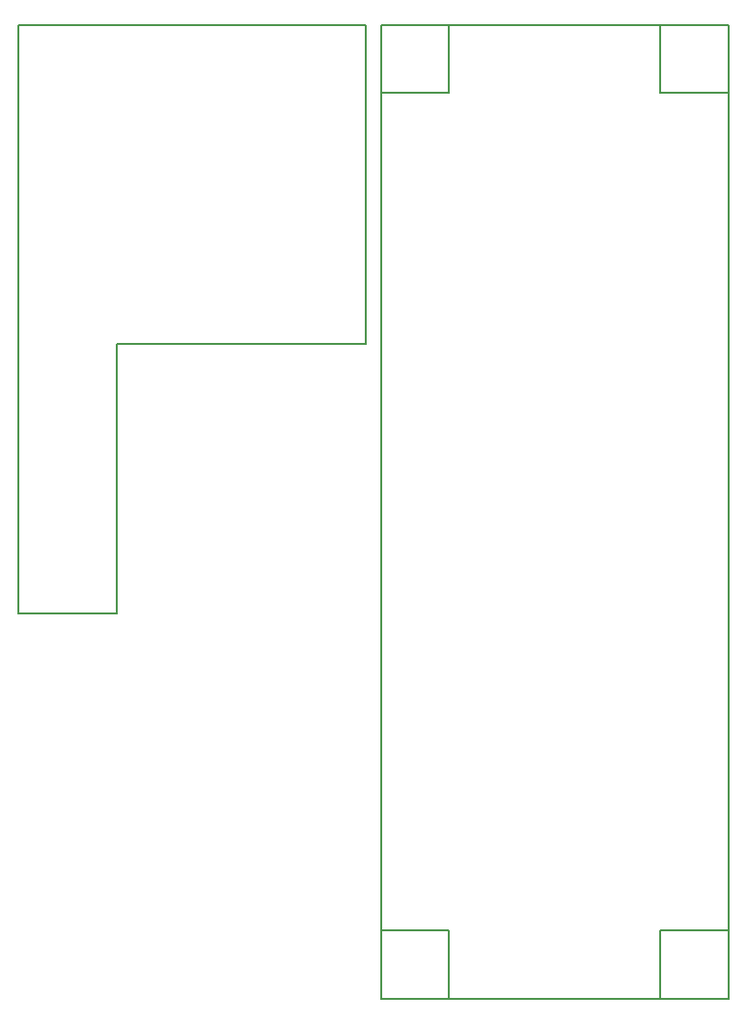
<source format=gbr>
G04 #@! TF.FileFunction,Profile,NP*
%FSLAX46Y46*%
G04 Gerber Fmt 4.6, Leading zero omitted, Abs format (unit mm)*
G04 Created by KiCad (PCBNEW 4.0.7) date 03/24/18 16:20:00*
%MOMM*%
%LPD*%
G01*
G04 APERTURE LIST*
%ADD10C,0.100000*%
%ADD11C,0.150000*%
G04 APERTURE END LIST*
D10*
D11*
X155829000Y-52451000D02*
X155829000Y-137795000D01*
X155829000Y-52451000D02*
X125349000Y-52451000D01*
X125349000Y-52451000D02*
X125349000Y-137795000D01*
X131318000Y-58420000D02*
X131318000Y-58394600D01*
X125349000Y-58420000D02*
X131318000Y-58420000D01*
X131318000Y-52451000D02*
X131368800Y-52451000D01*
X131318000Y-58420000D02*
X131318000Y-52451000D01*
X102209600Y-80391000D02*
X102209600Y-104013000D01*
X102209600Y-80391000D02*
X124053600Y-80391000D01*
X149860000Y-58420000D02*
X149860000Y-52451000D01*
X155829000Y-58420000D02*
X149860000Y-58420000D01*
X149860000Y-131826000D02*
X155829000Y-131826000D01*
X149860000Y-137795000D02*
X149860000Y-131826000D01*
X131318000Y-131826000D02*
X131318000Y-137795000D01*
X125349000Y-131826000D02*
X131318000Y-131826000D01*
X102213600Y-104013000D02*
X93573600Y-104013000D01*
X124053600Y-52451000D02*
X124053600Y-80391000D01*
X93573600Y-52451000D02*
X93573600Y-104013000D01*
X93573600Y-52451000D02*
X124053600Y-52451000D01*
X155829000Y-52451000D02*
X155829000Y-52959000D01*
X155829000Y-52451000D02*
X155829000Y-52959000D01*
X155829000Y-52451000D02*
X155829000Y-52959000D01*
X155829000Y-137795000D02*
X125349000Y-137795000D01*
M02*

</source>
